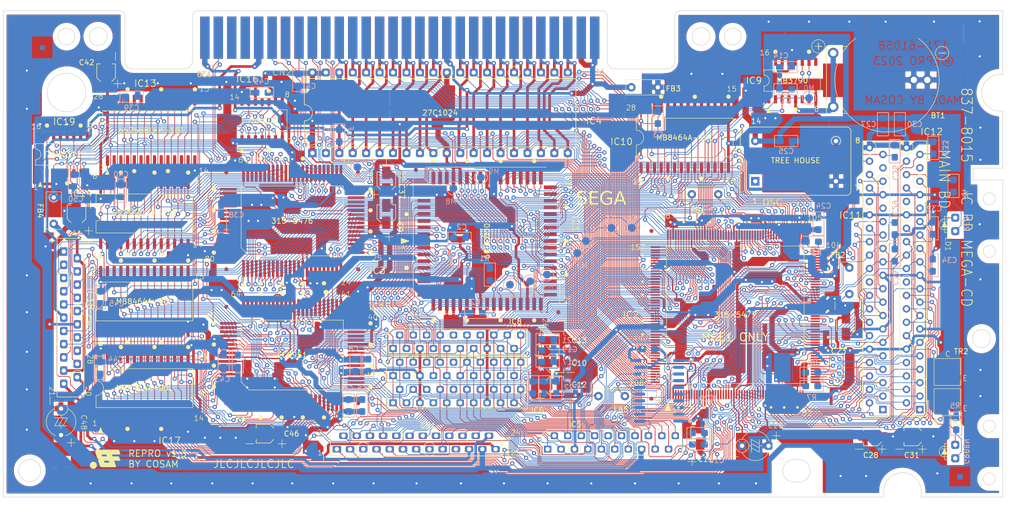
<source format=kicad_pcb>
(kicad_pcb
	(version 20241229)
	(generator "pcbnew")
	(generator_version "9.0")
	(general
		(thickness 1.6)
		(legacy_teardrops no)
	)
	(paper "A4")
	(layers
		(0 "F.Cu" signal)
		(4 "In1.Cu" signal)
		(6 "In2.Cu" signal)
		(2 "B.Cu" signal)
		(9 "F.Adhes" user "F.Adhesive")
		(11 "B.Adhes" user "B.Adhesive")
		(13 "F.Paste" user)
		(15 "B.Paste" user)
		(5 "F.SilkS" user "F.Silkscreen")
		(7 "B.SilkS" user "B.Silkscreen")
		(1 "F.Mask" user)
		(3 "B.Mask" user)
		(17 "Dwgs.User" user "User.Drawings")
		(19 "Cmts.User" user "User.Comments")
		(21 "Eco1.User" user "User.Eco1")
		(23 "Eco2.User" user "User.Eco2")
		(25 "Edge.Cuts" user)
		(27 "Margin" user)
		(31 "F.CrtYd" user "F.Courtyard")
		(29 "B.CrtYd" user "B.Courtyard")
		(35 "F.Fab" user)
		(33 "B.Fab" user)
		(39 "User.1" user)
		(41 "User.2" user)
		(43 "User.3" user)
		(45 "User.4" user)
		(47 "User.5" user)
		(49 "User.6" user)
		(51 "User.7" user)
		(53 "User.8" user)
		(55 "User.9" user)
	)
	(setup
		(stackup
			(layer "F.SilkS"
				(type "Top Silk Screen")
			)
			(layer "F.Paste"
				(type "Top Solder Paste")
			)
			(layer "F.Mask"
				(type "Top Solder Mask")
				(thickness 0.01)
			)
			(layer "F.Cu"
				(type "copper")
				(thickness 0.035)
			)
			(layer "dielectric 1"
				(type "prepreg")
				(thickness 0.1)
				(material "FR4")
				(epsilon_r 4.5)
				(loss_tangent 0.02)
			)
			(layer "In1.Cu"
				(type "copper")
				(thickness 0.035)
			)
			(layer "dielectric 2"
				(type "core")
				(thickness 1.24)
				(material "FR4")
				(epsilon_r 4.5)
				(loss_tangent 0.02)
			)
			(layer "In2.Cu"
				(type "copper")
				(thickness 0.035)
			)
			(layer "dielectric 3"
				(type "prepreg")
				(thickness 0.1)
				(material "FR4")
				(epsilon_r 4.5)
				(loss_tangent 0.02)
			)
			(layer "B.Cu"
				(type "copper")
				(thickness 0.035)
			)
			(layer "B.Mask"
				(type "Bottom Solder Mask")
				(thickness 0.01)
			)
			(layer "B.Paste"
				(type "Bottom Solder Paste")
			)
			(layer "B.SilkS"
				(type "Bottom Silk Screen")
			)
			(copper_finish "None")
			(dielectric_constraints no)
		)
		(pad_to_mask_clearance 0)
		(allow_soldermask_bridges_in_footprints no)
		(tenting front back)
		(grid_origin 86.233 87.249)
		(pcbplotparams
			(layerselection 0x00000000_00000000_55555555_5755f5ff)
			(plot_on_all_layers_selection 0x00000000_00000000_00000000_00000000)
			(disableapertmacros no)
			(usegerberextensions yes)
			(usegerberattributes no)
			(usegerberadvancedattributes no)
			(creategerberjobfile no)
			(dashed_line_dash_ratio 12.000000)
			(dashed_line_gap_ratio 3.000000)
			(svgprecision 4)
			(plotframeref no)
			(mode 1)
			(useauxorigin no)
			(hpglpennumber 1)
			(hpglpenspeed 20)
			(hpglpendiameter 15.000000)
			(pdf_front_fp_property_popups yes)
			(pdf_back_fp_property_popups yes)
			(pdf_metadata yes)
			(pdf_single_document no)
			(dxfpolygonmode yes)
			(dxfimperialunits yes)
			(dxfusepcbnewfont yes)
			(psnegative no)
			(psa4output no)
			(plot_black_and_white yes)
			(sketchpadsonfab no)
			(plotpadnumbers no)
			(hidednponfab no)
			(sketchdnponfab yes)
			(crossoutdnponfab yes)
			(subtractmaskfromsilk yes)
			(outputformat 1)
			(mirror no)
			(drillshape 0)
			(scaleselection 1)
			(outputdirectory "main-bd-837-8015-gerbers/")
		)
	)
	(net 0 "")
	(net 1 "Net-(BT1-+)")
	(net 2 "GND")
	(net 3 "Net-(IC9-CT)")
	(net 4 "VCC2")
	(net 5 "Net-(IC10-VCC)")
	(net 6 "LRCKB")
	(net 7 "25M")
	(net 8 "CDCK")
	(net 9 "Net-(CN1-Pin_2)")
	(net 10 "Net-(CN1-Pin_3)")
	(net 11 "Net-(CN1-Pin_5)")
	(net 12 "Net-(CN1-Pin_6)")
	(net 13 "Net-(CN1-Pin_7)")
	(net 14 "Net-(CN1-Pin_8)")
	(net 15 "Net-(CN1-Pin_9)")
	(net 16 "Net-(CN1-Pin_10)")
	(net 17 "BCLK")
	(net 18 "SDATA")
	(net 19 "LRCK")
	(net 20 "DFCK")
	(net 21 "unconnected-(CN1-Pin_15-Pad15)")
	(net 22 "unconnected-(CN1-Pin_16-Pad16)")
	(net 23 "Net-(CN1-Pin_17)")
	(net 24 "SBSO")
	(net 25 "unconnected-(CN1-Pin_19-Pad19)")
	(net 26 "SCOR")
	(net 27 "WFCK")
	(net 28 "M.VCC")
	(net 29 "M.GND")
	(net 30 "Net-(CN3-Pin_19)")
	(net 31 "~{ERES}")
	(net 32 "BCLKB")
	(net 33 "DFCKB")
	(net 34 "DDATA")
	(net 35 "ATT")
	(net 36 "SHFT")
	(net 37 "LATCH")
	(net 38 "VCC")
	(net 39 "PDATA")
	(net 40 "PWCLK")
	(net 41 "PBCLK")
	(net 42 "PLRCK")
	(net 43 "SL2")
	(net 44 "SR2")
	(net 45 "12M")
	(net 46 "Net-(IC2-12M)")
	(net 47 "50M")
	(net 48 "Net-(IC2-25M)")
	(net 49 "D4")
	(net 50 "D3")
	(net 51 "D2")
	(net 52 "D1")
	(net 53 "D0")
	(net 54 "~{AS}")
	(net 55 "~{UDS}")
	(net 56 "~{LDS}")
	(net 57 "R{slash}~{W}")
	(net 58 "~{DTAK}")
	(net 59 "unconnected-(IC1-BG-Pad11)")
	(net 60 "unconnected-(IC1-NC-Pad18)")
	(net 61 "~{HALT}")
	(net 62 "~{RES}")
	(net 63 "unconnected-(IC1-VMA-Pad21)")
	(net 64 "~{VPA}")
	(net 65 "unconnected-(IC1-FC2-Pad28)")
	(net 66 "FC1")
	(net 67 "FC0")
	(net 68 "unconnected-(IC1-NC-Pad31)")
	(net 69 "A1")
	(net 70 "A2")
	(net 71 "A3")
	(net 72 "A4")
	(net 73 "A5")
	(net 74 "A6")
	(net 75 "A7")
	(net 76 "A8")
	(net 77 "A9")
	(net 78 "A10")
	(net 79 "A11")
	(net 80 "A12")
	(net 81 "A13")
	(net 82 "A14")
	(net 83 "A15")
	(net 84 "A16")
	(net 85 "A17")
	(net 86 "A18")
	(net 87 "A19")
	(net 88 "unconnected-(IC1-A20-Pad51)")
	(net 89 "unconnected-(IC1-A21-Pad53)")
	(net 90 "unconnected-(IC1-A22-Pad54)")
	(net 91 "unconnected-(IC1-A23-Pad55)")
	(net 92 "D15")
	(net 93 "D14")
	(net 94 "D13")
	(net 95 "D12")
	(net 96 "D11")
	(net 97 "D10")
	(net 98 "D9")
	(net 99 "D8")
	(net 100 "D7")
	(net 101 "D6")
	(net 102 "D5")
	(net 103 "~{BRAM}")
	(net 104 "~{BROM}")
	(net 105 "~{ROM}")
	(net 106 "~{CAS0}")
	(net 107 "~{LWR}")
	(net 108 "~{UWR}")
	(net 109 "~{ASEL}")
	(net 110 "~{CAS2}")
	(net 111 "~{FDC}")
	(net 112 "FRES")
	(net 113 "Net-(IC11-A0)")
	(net 114 "Net-(IC11-A1)")
	(net 115 "Net-(IC11-A2)")
	(net 116 "Net-(IC11-A3)")
	(net 117 "Net-(IC11-A4)")
	(net 118 "Net-(IC11-A5)")
	(net 119 "Net-(IC11-A6)")
	(net 120 "Net-(IC11-A7)")
	(net 121 "Net-(IC11-D8)")
	(net 122 "Net-(IC11-D9)")
	(net 123 "Net-(IC11-D10)")
	(net 124 "Net-(IC11-D11)")
	(net 125 "Net-(IC11-D12)")
	(net 126 "Net-(IC11-D13)")
	(net 127 "Net-(IC11-D14)")
	(net 128 "Net-(IC11-D15)")
	(net 129 "~{ERAS}")
	(net 130 "~{ECAS}")
	(net 131 "~{EOE}")
	(net 132 "~{ORAS}")
	(net 133 "~{OCAS}")
	(net 134 "~{OOE}")
	(net 135 "~{OWE}")
	(net 136 "Net-(IC12-A0)")
	(net 137 "Net-(IC12-A1)")
	(net 138 "Net-(IC12-A2)")
	(net 139 "Net-(IC12-A3)")
	(net 140 "Net-(IC12-A4)")
	(net 141 "Net-(IC12-A5)")
	(net 142 "Net-(IC12-A6)")
	(net 143 "Net-(IC12-A7)")
	(net 144 "Net-(IC12-D8)")
	(net 145 "Net-(IC12-D9)")
	(net 146 "Net-(IC12-D10)")
	(net 147 "Net-(IC12-D11)")
	(net 148 "Net-(IC12-D12)")
	(net 149 "Net-(IC12-D13)")
	(net 150 "Net-(IC12-D14)")
	(net 151 "Net-(IC12-D15)")
	(net 152 "Net-(IC2-LEDR)")
	(net 153 "Net-(IC2-LEDG)")
	(net 154 "WFCKD")
	(net 155 "SCORB")
	(net 156 "SBSOB")
	(net 157 "SDATAB")
	(net 158 "CDCKD")
	(net 159 "~{PCM}")
	(net 160 "~{DTEN}")
	(net 161 "~{WAIT}")
	(net 162 "~{HRD}")
	(net 163 "~{INT}")
	(net 164 "~{CDC}")
	(net 165 "~{COE}")
	(net 166 "C2LR")
	(net 167 "PA8")
	(net 168 "PA7")
	(net 169 "PA6")
	(net 170 "PA5")
	(net 171 "PA4")
	(net 172 "PA3")
	(net 173 "PA2")
	(net 174 "PA1")
	(net 175 "PA0")
	(net 176 "~{PRAS}")
	(net 177 "~{PCAS}")
	(net 178 "~{CUWE}")
	(net 179 "VA1")
	(net 180 "VA2")
	(net 181 "VA3")
	(net 182 "VA4")
	(net 183 "VA5")
	(net 184 "VA6")
	(net 185 "VA7")
	(net 186 "VA8")
	(net 187 "VA9")
	(net 188 "VA10")
	(net 189 "VA11")
	(net 190 "VA12")
	(net 191 "VA13")
	(net 192 "VA14")
	(net 193 "VA15")
	(net 194 "VA16")
	(net 195 "VA17")
	(net 196 "VD0")
	(net 197 "VD1")
	(net 198 "VD2")
	(net 199 "VD3")
	(net 200 "VD4")
	(net 201 "VD5")
	(net 202 "VD6")
	(net 203 "VD7")
	(net 204 "VD8")
	(net 205 "VD9")
	(net 206 "VD10")
	(net 207 "VD11")
	(net 208 "VD12")
	(net 209 "VD13")
	(net 210 "VD14")
	(net 211 "VD15")
	(net 212 "unconnected-(IC3-N.C.-Pad11)")
	(net 213 "unconnected-(IC3-N.C.-Pad20)")
	(net 214 "unconnected-(IC3-SHL-Pad29)")
	(net 215 "unconnected-(IC3-SHR-Pad30)")
	(net 216 "unconnected-(IC3-DAC7-Pad31)")
	(net 217 "unconnected-(IC3-DAC6-Pad32)")
	(net 218 "unconnected-(IC3-DAC5-Pad33)")
	(net 219 "unconnected-(IC3-DAC4-Pad34)")
	(net 220 "unconnected-(IC3-DAC3-Pad37)")
	(net 221 "unconnected-(IC3-DAC7L-Pad38)")
	(net 222 "unconnected-(IC3-DAC7R-Pad39)")
	(net 223 "unconnected-(IC3-RAMAX-Pad42)")
	(net 224 "/WD7")
	(net 225 "/WD6")
	(net 226 "/WD5")
	(net 227 "/WD4")
	(net 228 "/WD3")
	(net 229 "/WD2")
	(net 230 "/WD1")
	(net 231 "/WD0")
	(net 232 "/RA14")
	(net 233 "/RA13")
	(net 234 "/RA12")
	(net 235 "/RA11")
	(net 236 "/RA10")
	(net 237 "/RA9")
	(net 238 "/RA8")
	(net 239 "~{RAS2X}")
	(net 240 "~{CLWEX}")
	(net 241 "~{RCS1X}")
	(net 242 "Net-(IC13-~{WE})")
	(net 243 "/RA7")
	(net 244 "/RA6")
	(net 245 "/RA5")
	(net 246 "/RA4")
	(net 247 "unconnected-(IC3-XOUT-Pad71)")
	(net 248 "/RA3")
	(net 249 "/RA2")
	(net 250 "/RA1")
	(net 251 "/RA0")
	(net 252 "unconnected-(IC5-N.C.-Pad10)")
	(net 253 "unconnected-(IC6-N.C.-Pad10)")
	(net 254 "unconnected-(IC7-N.C.-Pad10)")
	(net 255 "unconnected-(IC8-N.C.-Pad10)")
	(net 256 "unconnected-(IC9-~{ALARM1}-Pad6)")
	(net 257 "unconnected-(IC9-~{ALARM2}-Pad7)")
	(net 258 "unconnected-(IC9-RESET-Pad9)")
	(net 259 "Net-(IC10-CS2)")
	(net 260 "unconnected-(IC9-VSENSE-Pad12)")
	(net 261 "~{EWE}")
	(net 262 "/RAA6")
	(net 263 "/RAA7")
	(net 264 "/RAA8")
	(net 265 "/RAA9")
	(net 266 "/RAA10")
	(net 267 "/RAA11")
	(net 268 "/RAA12")
	(net 269 "unconnected-(IC15-RA14-Pad10)")
	(net 270 "unconnected-(IC15-RA15-Pad11)")
	(net 271 "Net-(IC15-~{RWE})")
	(net 272 "Net-(IC15-~{ROE})")
	(net 273 "unconnected-(IC15-ERA-Pad15)")
	(net 274 "/CD7")
	(net 275 "/CD6")
	(net 276 "/CD5")
	(net 277 "/CD4")
	(net 278 "/CD3")
	(net 279 "/CD2")
	(net 280 "/CD1")
	(net 281 "/CD0")
	(net 282 "unconnected-(IC15-XTAL-Pad26)")
	(net 283 "unconnected-(IC15-MCK-Pad37)")
	(net 284 "unconnected-(IC15-~{STEN}-Pad60)")
	(net 285 "unconnected-(IC15-~{EOP}-Pad61)")
	(net 286 "Net-(IC15-~{RCS})")
	(net 287 "unconnected-(IC15-~{HDE}-Pad63)")
	(net 288 "/RAA0")
	(net 289 "/RAA1")
	(net 290 "/RAA2")
	(net 291 "/RAA3")
	(net 292 "/RAA4")
	(net 293 "/RAA5")
	(net 294 "unconnected-(CN2-Pin_a2-Pada2)")
	(net 295 "Net-(LD1-K)")
	(net 296 "Net-(LD1-A)")
	(net 297 "Net-(LD2-K)")
	(net 298 "Net-(LD2-A)")
	(net 299 "unconnected-(OSC1-EN-Pad1)")
	(net 300 "Net-(TR2-B)")
	(net 301 "Net-(TR1-B)")
	(net 302 "unconnected-(CN2-Pin_a27-Pada27)")
	(net 303 "unconnected-(CN2-Pin_a28-Pada28)")
	(net 304 "unconnected-(CN2-Pin_b24-Padb24)")
	(net 305 "unconnected-(CN2-Pin_b25-Padb25)")
	(net 306 "unconnected-(CN2-Pin_b27-Padb27)")
	(net 307 "unconnected-(CN2-Pin_b28-Padb28)")
	(net 308 "~{RCS2X}")
	(net 309 "~{ROE}")
	(net 310 "~{RAACS1}")
	(net 311 "BCK")
	(net 312 "~{RAACS2}")
	(net 313 "unconnected-(IC11-N.C.-Pad1)")
	(net 314 "unconnected-(IC12-N.C.-Pad1)")
	(net 315 "E")
	(net 316 "~{IPL2}")
	(net 317 "~{IPL1}")
	(net 318 "~{IPL0}")
	(net 319 "unconnected-(IC12-N.C.-Pad20)")
	(net 320 "unconnected-(IC12-N.C.-Pad31)")
	(net 321 "unconnected-(IC12-N.C.-Pad32)")
	(net 322 "unconnected-(IC12-N.C.-Pad37)")
	(net 323 "unconnected-(IC9-N.C.-Pad1)")
	(net 324 "unconnected-(IC9-N.C.-Pad15)")
	(net 325 "unconnected-(IC10-N.C.-Pad1)")
	(net 326 "unconnected-(IC11-N.C.-Pad20)")
	(net 327 "unconnected-(IC11-N.C.-Pad31)")
	(net 328 "unconnected-(IC11-N.C.-Pad32)")
	(net 329 "unconnected-(IC11-N.C.-Pad37)")
	(net 330 "unconnected-(IC17-N.C.-Pad1)")
	(net 331 "unconnected-(IC18-N.C.-Pad1)")
	(net 332 "Net-(OSC1-OUT)")
	(net 333 "~{RCS1}")
	(net 334 "~{RCS2}")
	(net 335 "Net-(IC19A-Q)")
	(net 336 "Net-(IC19A-~{R})")
	(net 337 "Net-(IC19B-Q)")
	(net 338 "Net-(IC19B-~{R})")
	(net 339 "unconnected-(IC9-VBAT1-Pad2)")
	(footprint "Oscillator:Oscillator_DIP-14" (layer "F.Cu") (at 187.833 77.978))
	(footprint "MegaCD_Footprints:SOIC-16W_5.3x10.2mm_P1.27mm" (layer "F.Cu") (at 57.15 72.892 90))
	(footprint "MegaCD_Footprints:ZIP-40" (layer "F.Cu") (at 211.963 121.158 180))
	(footprint "MegaCD_Footprints:FB_P5.00mm" (layer "F.Cu") (at 175.848 80.4418))
	(footprint "MegaCD_Footprints:FB_P5.00mm" (layer "F.Cu") (at 163.195 118.618 180))
	(footprint "MegaCD_Footprints:CP_Elec_3x5.4" (layer "F.Cu") (at 149.884 116.713))
	(footprint "MegaCD_Footprints:CON-25P-ANGLE" (layer "F.Cu") (at 108.758 128.651))
	(footprint "MegaCD_Footprints:SOIC-28Wider" (layer "F.Cu") (at 174.498 69.723 90))
	(footprint "MegaCD_Footprints:ZIP-20" (layer "F.Cu") (at 119.38 114.7572 90))
	(footprint "MegaCD_Footprints:CP_Elec_3x5.4" (layer "F.Cu") (at 59.563 84.223 90))
	(footprint "MegaCD_Footprints:FB_P5.00mm" (layer "F.Cu") (at 55.245 81.026 -90))
	(footprint "MegaCD_Footprints:CP_Elec_3x5.4" (layer "F.Cu") (at 177.419 126.087 90))
	(footprint "MegaCD_Footprints:C_Radial_5mm" (layer "F.Cu") (at 56.642 123.4802 -90))
	(footprint "MegaCD_Footprints:CP_Elec_3x5.4" (layer "F.Cu") (at 149.884 112.395))
	(footprint "MegaCD_Footprints:CP_Elec_3x5.4" (layer "F.Cu") (at 149.884 108.077))
	(footprint "MegaCD_Footprints:LED" (layer "F.Cu") (at 225.6282 86.1314 90))
	(footprint "MegaCD_Footprints:ZIP-40" (layer "F.Cu") (at 218.948 121.158 180))
	(footprint "MegaCD_Footprints:PQFP-80_14x20mm_P0.8mm_long_pads" (layer "F.Cu") (at 100.323 110.849 90))
	(footprint "MegaCD_Footprints:CON-21P" (layer "F.Cu") (at 57.15 91.279 -90))
	(footprint "MegaCD_Footprints:CP_Elec_3x5.4" (layer "F.Cu") (at 65.151 57.531 90))
	(footprint "MegaCD_Footprints:FB_P5.00mm" (layer "F.Cu") (at 169.418 60.198 180))
	(footprint "MegaCD_Footprints:SOT-23-Wide"
		(layer "F.Cu")
		(uuid "935fc39a-22bb-40ab-bed3-9041be9c895a")
		(at 224.155 114.046 90)
		(descr "SOT, 3 Pin (https://www.jedec.org/system/files/docs/to-236h.pdf variant AB), generated with kicad-footprint-generator ipc_gullwing_generator.py")
		(tags "SOT TO_SOT_SMD")
		(property "Reference" "TR2"
			(at 3.8862 2.5908 180)
			(layer "F.SilkS")
			(uuid "5de680c7-052f-4e42-a2cf-317184fb77bb")
			(effects
				(font
					(size 1 1)
					(thickness 0.15)
				)
			)
		)
		(property "Value" "C1623"
			(at 0 2.4 90)
			(layer "F.Fab")
			(uuid "fed0a7fb-c1eb-4950-9c9b-70f32a42dfd9")
			(effects
				(font
					(size 1 1)
					(thickness 0.15)
				)
			)
		)
		(property "Datasheet" ""
			(at 0 0 90)
			(layer "F.Fab")
			(hide yes)
			(uuid "f10682fa-617e-4d7e-b7ac-702e55a868ae")
			(effects
				(font
					(size 1.27 1.27)
					(thickness 0.15)
				)
			)
		)
		(property "Description" "Bipolar transistor symbol for simulation only, substrate tied to the emitter"
			(at 0 0 90)
			(layer "F.Fab")
			(hide yes)
			(uuid "8d16835e-704a-4e34-9eb8-f126d1fd5ccd")
			(effects
				(font
					(size 1.27 1.27)
					(thickness 0.15)
				)
			)
		)
		(property "Sim.Device" "NPN"
			(at 338.201 -110.109 0)
			(layer "F.Fab")
			(hide yes)
			(uuid "299ea526-b5c5-4c5e-a2e1-2329b5aefcdc")
			(effects
				(font
					(size 1 1)
					(thickness 0.15)
				)
			)
		)
		(property "Sim.Pins" "1=B 2=E 3=C"
			(at 338.201 -110.109 0)
			(layer "F.Fab")
			(hide yes)
			(uuid "f2f53e78-9998-4160-8359-6449683e76d5")
			(effects
				(font
					(size 1 1)
					(thickness 0.15)
				)
			)
		)
		(property "Sim.Type" "GUMMELPOON"
			(at 338.201 -110.109 0)
			(layer "F.Fab")
			(hide yes)
			(uuid "25793abc-7cc6-4250-927c-bc92e91f49a3")
			(effects
				(font
					(size 1 1)
					(thickness 0.15)
				)
			)
		)
		(path "/cd76e401-8e05-47d4-b9a2-7c395a0b1732")
		(sheetfile "MegaCD.kicad_sch")
		(attr smd)
		(fp_rect
			(start -2.54 -2.54)
			(end 2.54 2.54)
			(stroke
				(width 0.1)
				(type solid)
			)
			(fill no)
			(layer "F.SilkS")
			(uuid "a286f266-f121-484b-8cb0-9d5269ca71c6")
		)
		(fp_line
			(start 1.92 -1.7)
			(end -1.92 -1.7)
			(stroke
				(width 0.05)
				(type solid)
			)
			(layer "F.CrtYd")
			(uuid "d98b269d-1f7c-4a11-a9ee-5010b9ede35b")
		)
		(fp_line
			(start -1.92 -1.7)
			(end -1.92 1.7)
			(stroke
				(width 0.05)
				(type solid)
			)
			(layer "F.CrtYd")
			(uuid "c545bd26-3975-42b7-b3ae-7883e7216ee4")
		)
		(fp_line
			(start 1.92 1.7)
			(end 1.92 -1.7)
			(stroke
				(width 0.05)
				(type solid)
			)
			(layer "F.CrtYd")
			(u
... [17203966 chars truncated]
</source>
